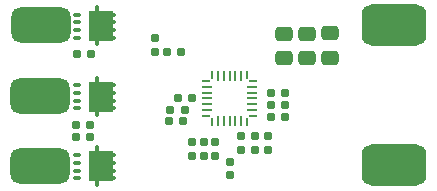
<source format=gbr>
%TF.GenerationSoftware,KiCad,Pcbnew,8.0.8*%
%TF.CreationDate,2025-04-24T20:57:55+02:00*%
%TF.ProjectId,ESC_PCB,4553435f-5043-4422-9e6b-696361645f70,rev?*%
%TF.SameCoordinates,Original*%
%TF.FileFunction,Paste,Bot*%
%TF.FilePolarity,Positive*%
%FSLAX46Y46*%
G04 Gerber Fmt 4.6, Leading zero omitted, Abs format (unit mm)*
G04 Created by KiCad (PCBNEW 8.0.8) date 2025-04-24 20:57:55*
%MOMM*%
%LPD*%
G01*
G04 APERTURE LIST*
G04 Aperture macros list*
%AMRoundRect*
0 Rectangle with rounded corners*
0 $1 Rounding radius*
0 $2 $3 $4 $5 $6 $7 $8 $9 X,Y pos of 4 corners*
0 Add a 4 corners polygon primitive as box body*
4,1,4,$2,$3,$4,$5,$6,$7,$8,$9,$2,$3,0*
0 Add four circle primitives for the rounded corners*
1,1,$1+$1,$2,$3*
1,1,$1+$1,$4,$5*
1,1,$1+$1,$6,$7*
1,1,$1+$1,$8,$9*
0 Add four rect primitives between the rounded corners*
20,1,$1+$1,$2,$3,$4,$5,0*
20,1,$1+$1,$4,$5,$6,$7,0*
20,1,$1+$1,$6,$7,$8,$9,0*
20,1,$1+$1,$8,$9,$2,$3,0*%
%AMOutline4P*
0 Free polygon, 4 corners , with rotation*
0 The origin of the aperture is its center*
0 number of corners: always 4*
0 $1 to $8 corner X, Y*
0 $9 Rotation angle, in degrees counterclockwise*
0 create outline with 4 corners*
4,1,4,$1,$2,$3,$4,$5,$6,$7,$8,$1,$2,$9*%
%AMFreePoly0*
4,1,14,0.364320,0.111820,0.377500,0.080000,0.377500,0.053640,0.364320,0.021820,0.230680,-0.111820,0.198860,-0.125000,-0.332500,-0.125000,-0.364320,-0.111820,-0.377500,-0.080000,-0.377500,0.080000,-0.364320,0.111820,-0.332500,0.125000,0.332500,0.125000,0.364320,0.111820,0.364320,0.111820,$1*%
%AMFreePoly1*
4,1,14,0.230680,0.111820,0.364320,-0.021820,0.377500,-0.053640,0.377500,-0.080000,0.364320,-0.111820,0.332500,-0.125000,-0.332500,-0.125000,-0.364320,-0.111820,-0.377500,-0.080000,-0.377500,0.080000,-0.364320,0.111820,-0.332500,0.125000,0.198860,0.125000,0.230680,0.111820,0.230680,0.111820,$1*%
%AMFreePoly2*
4,1,14,0.111820,0.364320,0.125000,0.332500,0.125000,-0.332500,0.111820,-0.364320,0.080000,-0.377500,0.053640,-0.377500,0.021820,-0.364320,-0.111820,-0.230680,-0.125000,-0.198860,-0.125000,0.332500,-0.111820,0.364320,-0.080000,0.377500,0.080000,0.377500,0.111820,0.364320,0.111820,0.364320,$1*%
%AMFreePoly3*
4,1,14,0.111820,0.364320,0.125000,0.332500,0.125000,-0.198860,0.111820,-0.230680,-0.021820,-0.364320,-0.053640,-0.377500,-0.080000,-0.377500,-0.111820,-0.364320,-0.125000,-0.332500,-0.125000,0.332500,-0.111820,0.364320,-0.080000,0.377500,0.080000,0.377500,0.111820,0.364320,0.111820,0.364320,$1*%
%AMFreePoly4*
4,1,14,0.364320,0.111820,0.377500,0.080000,0.377500,-0.080000,0.364320,-0.111820,0.332500,-0.125000,-0.332500,-0.125000,-0.364320,-0.111820,-0.377500,-0.080000,-0.377500,-0.053640,-0.364320,-0.021820,-0.230680,0.111820,-0.198860,0.125000,0.332500,0.125000,0.364320,0.111820,0.364320,0.111820,$1*%
%AMFreePoly5*
4,1,14,0.364320,0.111820,0.377500,0.080000,0.377500,-0.080000,0.364320,-0.111820,0.332500,-0.125000,-0.198860,-0.125000,-0.230680,-0.111820,-0.364320,0.021820,-0.377500,0.053640,-0.377500,0.080000,-0.364320,0.111820,-0.332500,0.125000,0.332500,0.125000,0.364320,0.111820,0.364320,0.111820,$1*%
%AMFreePoly6*
4,1,14,-0.021820,0.364320,0.111820,0.230680,0.125000,0.198860,0.125000,-0.332500,0.111820,-0.364320,0.080000,-0.377500,-0.080000,-0.377500,-0.111820,-0.364320,-0.125000,-0.332500,-0.125000,0.332500,-0.111820,0.364320,-0.080000,0.377500,-0.053640,0.377500,-0.021820,0.364320,-0.021820,0.364320,$1*%
%AMFreePoly7*
4,1,14,0.111820,0.364320,0.125000,0.332500,0.125000,-0.332500,0.111820,-0.364320,0.080000,-0.377500,-0.080000,-0.377500,-0.111820,-0.364320,-0.125000,-0.332500,-0.125000,0.198860,-0.111820,0.230680,0.021820,0.364320,0.053640,0.377500,0.080000,0.377500,0.111820,0.364320,0.111820,0.364320,$1*%
G04 Aperture macros list end*
%ADD10RoundRect,0.250000X-0.475000X0.337500X-0.475000X-0.337500X0.475000X-0.337500X0.475000X0.337500X0*%
%ADD11RoundRect,0.875000X1.875000X-0.875000X1.875000X0.875000X-1.875000X0.875000X-1.875000X-0.875000X0*%
%ADD12RoundRect,0.160000X0.197500X0.160000X-0.197500X0.160000X-0.197500X-0.160000X0.197500X-0.160000X0*%
%ADD13RoundRect,0.160000X-0.160000X0.197500X-0.160000X-0.197500X0.160000X-0.197500X0.160000X0.197500X0*%
%ADD14RoundRect,0.160000X-0.197500X-0.160000X0.197500X-0.160000X0.197500X0.160000X-0.197500X0.160000X0*%
%ADD15FreePoly0,90.000000*%
%ADD16RoundRect,0.062500X0.062500X-0.375000X0.062500X0.375000X-0.062500X0.375000X-0.062500X-0.375000X0*%
%ADD17FreePoly1,90.000000*%
%ADD18FreePoly2,90.000000*%
%ADD19RoundRect,0.062500X0.375000X-0.062500X0.375000X0.062500X-0.375000X0.062500X-0.375000X-0.062500X0*%
%ADD20FreePoly3,90.000000*%
%ADD21FreePoly4,90.000000*%
%ADD22FreePoly5,90.000000*%
%ADD23FreePoly6,90.000000*%
%ADD24FreePoly7,90.000000*%
%ADD25RoundRect,0.160000X0.160000X-0.197500X0.160000X0.197500X-0.160000X0.197500X-0.160000X-0.197500X0*%
%ADD26RoundRect,0.080000X0.420000X0.080000X-0.420000X0.080000X-0.420000X-0.080000X0.420000X-0.080000X0*%
%ADD27Outline4P,-1.245000X-1.050000X1.245000X-1.050000X1.245000X1.050000X-1.245000X1.050000X90.000000*%
%ADD28RoundRect,0.080000X0.080000X-0.220000X0.080000X0.220000X-0.080000X0.220000X-0.080000X-0.220000X0*%
%ADD29RoundRect,0.080000X0.220000X0.080000X-0.220000X0.080000X-0.220000X-0.080000X0.220000X-0.080000X0*%
%ADD30RoundRect,0.750000X1.750000X-0.750000X1.750000X0.750000X-1.750000X0.750000X-1.750000X-0.750000X0*%
%ADD31RoundRect,0.155000X-0.212500X-0.155000X0.212500X-0.155000X0.212500X0.155000X-0.212500X0.155000X0*%
%ADD32RoundRect,0.155000X-0.155000X0.212500X-0.155000X-0.212500X0.155000X-0.212500X0.155000X0.212500X0*%
%ADD33RoundRect,0.750000X-1.750000X0.750000X-1.750000X-0.750000X1.750000X-0.750000X1.750000X0.750000X0*%
G04 APERTURE END LIST*
D10*
%TO.C,C26*%
X98550000Y-46750000D03*
X98550000Y-48825000D03*
%TD*%
D11*
%TO.C,*%
X103950000Y-46050000D03*
%TD*%
D12*
%TO.C,R12*%
X78195000Y-54500000D03*
X77000000Y-54500000D03*
%TD*%
D13*
%TO.C,R2*%
X91000000Y-55402500D03*
X91000000Y-56597500D03*
%TD*%
D14*
%TO.C,R19*%
X84700000Y-48300000D03*
X85895000Y-48300000D03*
%TD*%
D15*
%TO.C,U1*%
X91500000Y-54247500D03*
D16*
X91000000Y-54187500D03*
X90500000Y-54187500D03*
X90000000Y-54187500D03*
X89500000Y-54187500D03*
X89000000Y-54187500D03*
D17*
X88500000Y-54247500D03*
D18*
X88002500Y-53750000D03*
D19*
X88062500Y-53250000D03*
X88062500Y-52750000D03*
X88062500Y-52250000D03*
X88062500Y-51750000D03*
X88062500Y-51250000D03*
D20*
X88002500Y-50750000D03*
D21*
X88500000Y-50252500D03*
D16*
X89000000Y-50312500D03*
X89500000Y-50312500D03*
X90000000Y-50312500D03*
X90500000Y-50312500D03*
X91000000Y-50312500D03*
D22*
X91500000Y-50252500D03*
D23*
X91997500Y-50750000D03*
D19*
X91937500Y-51250000D03*
X91937500Y-51750000D03*
X91937500Y-52250000D03*
X91937500Y-52750000D03*
X91937500Y-53250000D03*
D24*
X91997500Y-53750000D03*
%TD*%
D12*
%TO.C,R8*%
X94697500Y-51800000D03*
X93502500Y-51800000D03*
%TD*%
D14*
%TO.C,R5*%
X85000000Y-53200000D03*
X86195000Y-53200000D03*
%TD*%
%TO.C,R9*%
X93500000Y-52800000D03*
X94695000Y-52800000D03*
%TD*%
D10*
%TO.C,C25*%
X96550000Y-46767500D03*
X96550000Y-48842500D03*
%TD*%
D25*
%TO.C,R1*%
X87800000Y-57097500D03*
X87800000Y-55902500D03*
%TD*%
D12*
%TO.C,R6*%
X86797500Y-52200000D03*
X85602500Y-52200000D03*
%TD*%
D26*
%TO.C,Q1*%
X79900000Y-59000000D03*
X79900000Y-58350000D03*
X79900000Y-57700000D03*
X79900000Y-57050000D03*
D27*
X79100000Y-58000000D03*
D28*
X78750000Y-59400000D03*
X78750000Y-56550000D03*
D29*
X77050000Y-57050000D03*
X77050000Y-59000000D03*
X77050000Y-58350000D03*
X77050000Y-57700000D03*
%TD*%
D10*
%TO.C,C24*%
X94580000Y-46767500D03*
X94580000Y-48842500D03*
%TD*%
D30*
%TO.C,*%
X73950000Y-57940000D03*
%TD*%
D11*
%TO.C,*%
X103950000Y-57900000D03*
%TD*%
D30*
%TO.C,*%
X74000000Y-46000000D03*
%TD*%
D26*
%TO.C,Q2*%
X79900000Y-47100000D03*
X79900000Y-46450000D03*
X79900000Y-45800000D03*
X79900000Y-45150000D03*
D27*
X79100000Y-46100000D03*
D28*
X78750000Y-47500000D03*
X78750000Y-44650000D03*
D29*
X77050000Y-45150000D03*
X77050000Y-47100000D03*
X77050000Y-46450000D03*
X77050000Y-45800000D03*
%TD*%
D31*
%TO.C,C6*%
X92132500Y-55400000D03*
X93267500Y-55400000D03*
%TD*%
D32*
%TO.C,C5*%
X90000000Y-57632500D03*
X90000000Y-58767500D03*
%TD*%
D26*
%TO.C,Q3*%
X79900000Y-53100000D03*
X79900000Y-52450000D03*
X79900000Y-51800000D03*
X79900000Y-51150000D03*
D27*
X79100000Y-52100000D03*
D28*
X78750000Y-53500000D03*
X78750000Y-50650000D03*
D29*
X77050000Y-51150000D03*
X77050000Y-53100000D03*
X77050000Y-52450000D03*
X77050000Y-51800000D03*
%TD*%
D31*
%TO.C,C7*%
X92132500Y-56600000D03*
X93267500Y-56600000D03*
%TD*%
D12*
%TO.C,R16*%
X78197500Y-55500000D03*
X77002500Y-55500000D03*
%TD*%
D13*
%TO.C,R18*%
X83700000Y-47105000D03*
X83700000Y-48300000D03*
%TD*%
D25*
%TO.C,R3*%
X88800000Y-57100000D03*
X88800000Y-55905000D03*
%TD*%
D33*
%TO.C,*%
X73950000Y-52050000D03*
%TD*%
D13*
%TO.C,R4*%
X86800000Y-55902500D03*
X86800000Y-57097500D03*
%TD*%
D12*
%TO.C,R14*%
X78297500Y-48500000D03*
X77102500Y-48500000D03*
%TD*%
%TO.C,R10*%
X94697500Y-53800000D03*
X93502500Y-53800000D03*
%TD*%
D14*
%TO.C,R7*%
X84902500Y-54200000D03*
X86097500Y-54200000D03*
%TD*%
M02*

</source>
